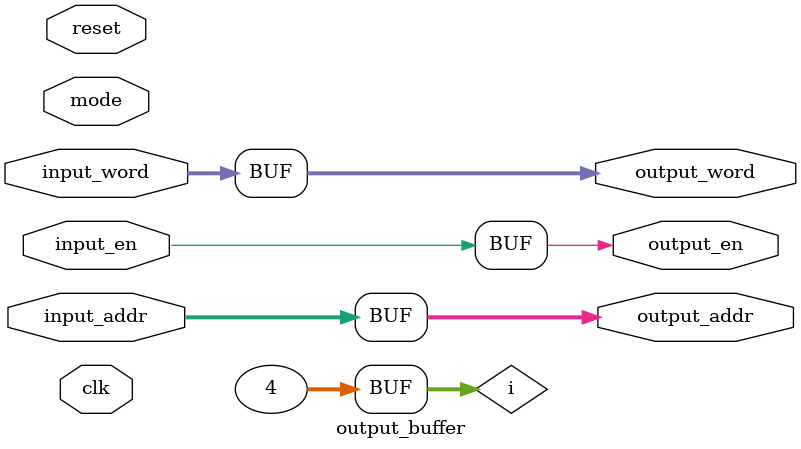
<source format=v>
module output_buffer (
	mode,
	clk,
	reset,
	input_word,
	input_addr,
	input_en,
	output_word,
	output_addr,
	output_en
);
	input [2:0] mode;
	input clk;
	input reset;
	localparam integer parameters_ACT_DATA_WIDTH = 8;
	localparam integer parameters_N_DIM_ARRAY = 4;
	input signed [(parameters_N_DIM_ARRAY * parameters_ACT_DATA_WIDTH) - 1:0] input_word;
	input input_en;
	input [31:0] input_addr;
	output reg [31:0] output_addr;
	output reg signed [(parameters_N_DIM_ARRAY * parameters_ACT_DATA_WIDTH) - 1:0] output_word;
	output reg output_en;
	integer i;
	integer j;
	integer k;
	localparam integer parameters_INPUT_CHANNEL_DATA_WIDTH = 8;
	reg signed [(parameters_N_DIM_ARRAY * parameters_INPUT_CHANNEL_DATA_WIDTH) - 1:0] buffer [parameters_N_DIM_ARRAY - 1:0];
	reg signed [parameters_INPUT_CHANNEL_DATA_WIDTH - 1:0] buffer_fc [parameters_N_DIM_ARRAY - 1:0];
	reg signed [(4 * parameters_ACT_DATA_WIDTH) - 1:0] output_word_temp;
	reg output_en_temp;
	reg [2:0] current_mode;
	always @(posedge clk or negedge reset)
		if (!reset)
			current_mode <= 0;
		else if (input_en)
			current_mode <= mode;
	always @(*)
		if (parameters_N_DIM_ARRAY == 4) begin
			output_en = input_en;
			output_word = input_word;
			output_addr = input_addr;
		end
		else if (parameters_N_DIM_ARRAY == 8) begin
			output_en = input_en;
			output_word = input_word;
			output_addr = input_addr;
		end
	reg [3:0] WR_FIFO_POINTER;
	reg [3:0] RD_FIFO_POINTER;
	wire full_cnn;
	wire full_fc;
	wire empty_cnn;
	wire empty_fc;
	reg empty;
	reg full;
	assign full_cnn = (WR_FIFO_POINTER[2:0] == 0) && (RD_FIFO_POINTER[3:0] != WR_FIFO_POINTER[3:0]);
	assign empty_cnn = RD_FIFO_POINTER[3:0] == WR_FIFO_POINTER[3:0];
	assign full_fc = (WR_FIFO_POINTER[0] == 0) && (RD_FIFO_POINTER[1:0] != WR_FIFO_POINTER[1:0]);
	assign empty_fc = RD_FIFO_POINTER[1:0] == WR_FIFO_POINTER[1:0];
	localparam integer parameters_MODE_CNN = 1;
	always @(*) begin
		empty = empty_fc;
		full = full_fc;
		if (current_mode == parameters_MODE_CNN) begin
			empty = empty_cnn;
			full = full_cnn;
		end
	end
	always @(posedge clk or negedge reset)
		if (!reset)
			WR_FIFO_POINTER <= 0;
		else if (input_en)
			WR_FIFO_POINTER <= WR_FIFO_POINTER + 1;
	always @(posedge clk or negedge reset)
		if (!reset) begin
			for (i = 0; i < parameters_N_DIM_ARRAY; i = i + 1)
				for (j = 0; j < parameters_N_DIM_ARRAY; j = j + 1)
					buffer[i][j * parameters_INPUT_CHANNEL_DATA_WIDTH+:parameters_INPUT_CHANNEL_DATA_WIDTH] <= 0;
		end
		else if (input_en)
			buffer[WR_FIFO_POINTER[2:0]] <= input_word;
	localparam [2:0] IDLE = 0;
	localparam [2:0] READING_0 = 1;
	localparam [2:0] READING_1 = 2;
	localparam [2:0] READING_0_FC = 3;
	localparam [2:0] READING_1_FC = 4;
	reg [2:0] state;
	reg [2:0] next_state;
	always @(posedge clk or negedge reset)
		if (!reset)
			state <= IDLE;
		else
			state <= next_state;
	always @(*)
		case (state)
			IDLE:
				if (full)
					next_state = READING_0;
				else
					next_state = state;
			READING_0:
				if (empty)
					next_state = IDLE;
				else
					next_state = READING_1;
			READING_1:
				if (empty)
					next_state = IDLE;
				else
					next_state = READING_0;
		endcase
	always @(posedge clk or negedge reset)
		if (!reset)
			RD_FIFO_POINTER <= 0;
		else
			case (state)
				IDLE: RD_FIFO_POINTER <= RD_FIFO_POINTER;
				READING_0: RD_FIFO_POINTER <= RD_FIFO_POINTER;
				READING_1: RD_FIFO_POINTER <= RD_FIFO_POINTER + 1;
			endcase
	always @(*) begin
		output_en_temp = 0;
		for (i = 0; i < parameters_N_DIM_ARRAY; i = i + 1)
			output_word_temp[i * parameters_ACT_DATA_WIDTH+:parameters_ACT_DATA_WIDTH] = 0;
		case (state)
			IDLE: begin
				output_en_temp = 0;
				for (i = 0; i < parameters_N_DIM_ARRAY; i = i + 1)
					output_word_temp[i * parameters_ACT_DATA_WIDTH+:parameters_ACT_DATA_WIDTH] = 0;
			end
			READING_0:
				if (!empty) begin
					output_en_temp = 1;
					output_word_temp = buffer[RD_FIFO_POINTER[2:0]][0+:parameters_INPUT_CHANNEL_DATA_WIDTH * 4];
				end
			READING_1:
				if (!empty) begin
					output_en_temp = 1;
					output_word_temp = buffer[RD_FIFO_POINTER[2:0]][parameters_INPUT_CHANNEL_DATA_WIDTH * 4+:parameters_INPUT_CHANNEL_DATA_WIDTH * 4];
				end
		endcase
	end
endmodule

</source>
